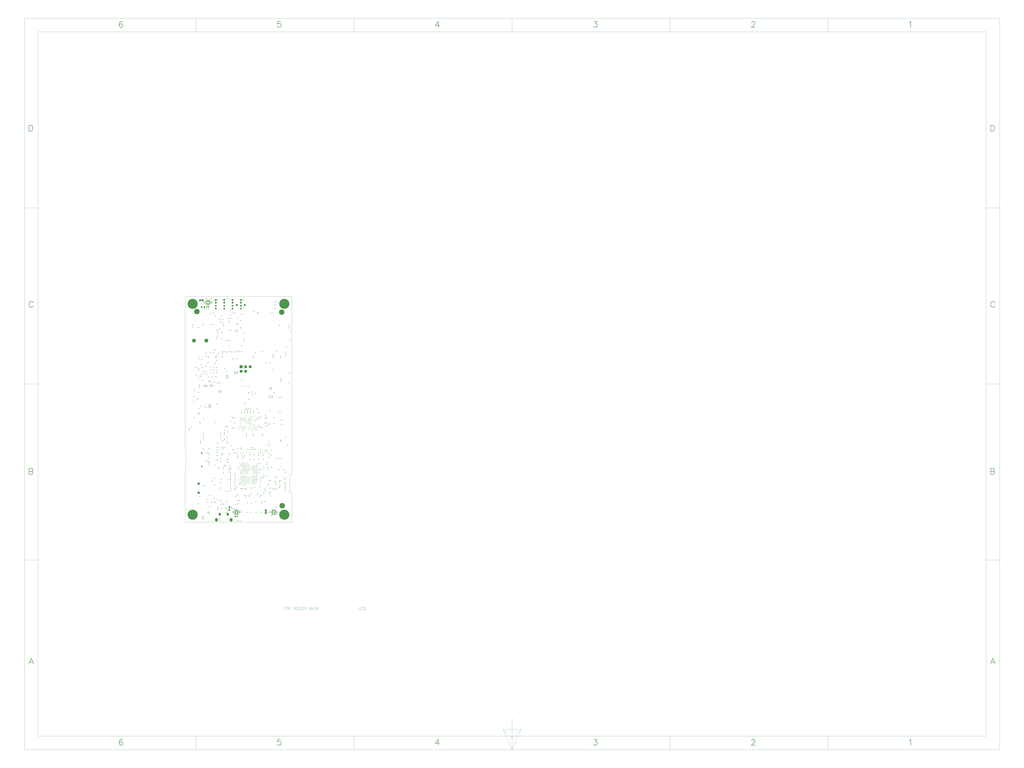
<source format=gts>
G04*
G04 #@! TF.GenerationSoftware,Altium Limited,Altium Designer,20.2.6 (244)*
G04*
G04 Layer_Color=8388736*
%FSLAX43Y43*%
%MOMM*%
G71*
G04*
G04 #@! TF.SameCoordinates,ADE9251E-79DE-46AD-AD66-6379AD971F3A*
G04*
G04*
G04 #@! TF.FilePolarity,Negative*
G04*
G01*
G75*
%ADD14C,0.102*%
%ADD15C,0.025*%
%ADD16C,0.254*%
%ADD17R,1.050X0.500*%
%ADD18R,0.450X1.400*%
%ADD19R,2.400X0.450*%
%ADD20R,0.965X1.041*%
%ADD21C,0.305*%
%ADD22R,0.711X0.711*%
%ADD23R,0.940X0.965*%
%ADD24R,0.965X0.940*%
%ADD25C,3.048*%
%ADD26C,1.346*%
%ADD27C,2.159*%
%ADD28C,0.864*%
%ADD29O,1.549X2.057*%
%ADD30O,1.219X1.753*%
%ADD31C,1.143*%
%ADD32C,5.664*%
%ADD33C,1.676*%
%ADD34R,1.676X1.676*%
%ADD35C,0.457*%
%ADD36C,0.406*%
%ADD37C,0.356*%
G36*
X45847Y6191D02*
X45339Y5683D01*
X44831Y6191D01*
Y7112D01*
X45847D01*
Y6191D01*
D02*
G37*
G36*
Y4572D02*
X44831D01*
Y5933D01*
X45337Y5427D01*
X45479Y5569D01*
X45847Y5937D01*
Y4572D01*
D02*
G37*
G36*
X10414Y124333D02*
X9053D01*
X9559Y124839D01*
X9417Y124981D01*
X9049Y125349D01*
X10414D01*
Y124333D01*
D02*
G37*
G36*
X9303Y124841D02*
X8795Y124333D01*
X7874D01*
Y125349D01*
X8795D01*
X9303Y124841D01*
D02*
G37*
D14*
X97543Y-49215D02*
X97470Y-49287D01*
X97543Y-49360D01*
X97615Y-49287D01*
X97543Y-49215D01*
X99037Y-48199D02*
X98965Y-48054D01*
X98820Y-47909D01*
X98674Y-47836D01*
X98384D01*
X98239Y-47909D01*
X98094Y-48054D01*
X98021Y-48199D01*
X97949Y-48417D01*
Y-48780D01*
X98021Y-48997D01*
X98094Y-49142D01*
X98239Y-49287D01*
X98384Y-49360D01*
X98674D01*
X98820Y-49287D01*
X98965Y-49142D01*
X99037Y-48997D01*
Y-48780D01*
X98674D02*
X99037D01*
X99893Y-47836D02*
Y-49360D01*
X99385Y-47836D02*
X100401D01*
X101598Y-48054D02*
X101453Y-47909D01*
X101236Y-47836D01*
X100945D01*
X100728Y-47909D01*
X100583Y-48054D01*
Y-48199D01*
X100655Y-48344D01*
X100728Y-48417D01*
X100873Y-48489D01*
X101308Y-48634D01*
X101453Y-48707D01*
X101526Y-48780D01*
X101598Y-48925D01*
Y-49142D01*
X101453Y-49287D01*
X101236Y-49360D01*
X100945D01*
X100728Y-49287D01*
X100583Y-49142D01*
X56007Y-47752D02*
Y-49276D01*
X55499Y-47752D02*
X56515D01*
X57132D02*
X56986Y-47825D01*
X56841Y-47970D01*
X56769Y-48115D01*
X56696Y-48333D01*
Y-48696D01*
X56769Y-48913D01*
X56841Y-49058D01*
X56986Y-49203D01*
X57132Y-49276D01*
X57422D01*
X57567Y-49203D01*
X57712Y-49058D01*
X57785Y-48913D01*
X57857Y-48696D01*
Y-48333D01*
X57785Y-48115D01*
X57712Y-47970D01*
X57567Y-47825D01*
X57422Y-47752D01*
X57132D01*
X58213Y-48550D02*
X58866D01*
X59083Y-48478D01*
X59156Y-48405D01*
X59228Y-48260D01*
Y-48043D01*
X59156Y-47897D01*
X59083Y-47825D01*
X58866Y-47752D01*
X58213D01*
Y-49276D01*
X61782Y-47970D02*
X61637Y-47825D01*
X61420Y-47752D01*
X61129D01*
X60912Y-47825D01*
X60767Y-47970D01*
Y-48115D01*
X60839Y-48260D01*
X60912Y-48333D01*
X61057Y-48405D01*
X61492Y-48550D01*
X61637Y-48623D01*
X61710Y-48696D01*
X61782Y-48841D01*
Y-49058D01*
X61637Y-49203D01*
X61420Y-49276D01*
X61129D01*
X60912Y-49203D01*
X60767Y-49058D01*
X62559Y-47752D02*
X62414Y-47825D01*
X62268Y-47970D01*
X62196Y-48115D01*
X62123Y-48333D01*
Y-48696D01*
X62196Y-48913D01*
X62268Y-49058D01*
X62414Y-49203D01*
X62559Y-49276D01*
X62849D01*
X62994Y-49203D01*
X63139Y-49058D01*
X63212Y-48913D01*
X63284Y-48696D01*
Y-48333D01*
X63212Y-48115D01*
X63139Y-47970D01*
X62994Y-47825D01*
X62849Y-47752D01*
X62559D01*
X63640D02*
Y-49276D01*
X64510D01*
X64677Y-47752D02*
Y-49276D01*
Y-47752D02*
X65185D01*
X65403Y-47825D01*
X65548Y-47970D01*
X65621Y-48115D01*
X65693Y-48333D01*
Y-48696D01*
X65621Y-48913D01*
X65548Y-49058D01*
X65403Y-49203D01*
X65185Y-49276D01*
X64677D01*
X66977Y-47752D02*
X66034D01*
Y-49276D01*
X66977D01*
X66034Y-48478D02*
X66615D01*
X67231Y-47752D02*
Y-49276D01*
Y-47752D02*
X67884D01*
X68102Y-47825D01*
X68175Y-47897D01*
X68247Y-48043D01*
Y-48188D01*
X68175Y-48333D01*
X68102Y-48405D01*
X67884Y-48478D01*
X67231D01*
X67739D02*
X68247Y-49276D01*
X69785Y-47752D02*
Y-49276D01*
Y-47752D02*
X70366Y-49276D01*
X70946Y-47752D02*
X70366Y-49276D01*
X70946Y-47752D02*
Y-49276D01*
X72542D02*
X71962Y-47752D01*
X71381Y-49276D01*
X71599Y-48768D02*
X72325D01*
X73914Y-47970D02*
X73769Y-47825D01*
X73551Y-47752D01*
X73261D01*
X73043Y-47825D01*
X72898Y-47970D01*
Y-48115D01*
X72970Y-48260D01*
X73043Y-48333D01*
X73188Y-48405D01*
X73623Y-48550D01*
X73769Y-48623D01*
X73841Y-48696D01*
X73914Y-48841D01*
Y-49058D01*
X73769Y-49203D01*
X73551Y-49276D01*
X73261D01*
X73043Y-49203D01*
X72898Y-49058D01*
X74255Y-47752D02*
Y-49276D01*
X75270Y-47752D02*
X74255Y-48768D01*
X74617Y-48405D02*
X75270Y-49276D01*
D15*
X59746Y26797D02*
G03*
X60000Y27051I0J254D01*
G01*
X0Y29845D02*
G03*
X0Y41402I-25591J5779D01*
G01*
X60000Y16510D02*
G03*
X59746Y16764I-254J0D01*
G01*
X58713Y17018D02*
G03*
X58967Y16764I254J0D01*
G01*
Y26797D02*
G03*
X58713Y26543I0J-254D01*
G01*
X-90424Y-128016D02*
Y283464D01*
X458216D01*
Y-128016D02*
Y283464D01*
X-90424Y-128016D02*
X458216D01*
X183896Y275844D02*
Y283464D01*
Y-128016D02*
X188976Y-116586D01*
X178816D02*
X188976D01*
X178816D02*
X183896Y-128016D01*
Y-110236D01*
Y-121666D02*
X188976Y-116586D01*
X178816D02*
X183896Y-121666D01*
X450596Y176784D02*
X458216D01*
X450596Y77724D02*
X458216D01*
X450596Y-21336D02*
X458216D01*
X361696Y-128016D02*
Y-120396D01*
X272796Y-128016D02*
Y-120396D01*
X183896Y-128016D02*
Y-120396D01*
X94996Y-128016D02*
Y-120396D01*
X6096Y-128016D02*
Y-120396D01*
X361696Y275844D02*
Y283464D01*
X272796Y275844D02*
Y283464D01*
X94996Y275844D02*
Y283464D01*
X6096Y275844D02*
Y283464D01*
X-90424Y176784D02*
X-82804D01*
X-90424Y77724D02*
X-82804D01*
X-90424Y-21336D02*
X-82804D01*
X326136Y-120396D02*
X450596D01*
Y123444D01*
X-82804Y275844D02*
X450596D01*
Y82804D02*
Y275844D01*
Y123444D02*
Y219964D01*
X-82804Y-120396D02*
X326136D01*
X-82804D02*
Y275844D01*
X-90424Y-21336D02*
X-82804D01*
X450596Y77724D02*
X458216D01*
X361696Y275844D02*
Y283464D01*
X-90424Y176784D02*
X-82804D01*
X6096Y-128016D02*
Y-120396D01*
X450596Y-21336D02*
X458216D01*
X326136Y-120396D02*
X450596D01*
Y123444D01*
X-90424Y-128016D02*
Y283464D01*
X458216D01*
Y-128016D02*
Y283464D01*
X-90424Y-128016D02*
X458216D01*
X272796D02*
Y-120396D01*
X-82804D02*
Y275844D01*
X183896Y-128016D02*
Y-120396D01*
Y-121666D02*
X188976Y-116586D01*
X178816D02*
X183896Y-121666D01*
Y-128016D02*
X188976Y-116586D01*
X178816D02*
X188976D01*
X178816D02*
X183896Y-128016D01*
Y-110236D01*
X361696Y-128016D02*
Y-120396D01*
X-90424Y77724D02*
X-82804D01*
X272796Y275844D02*
Y283464D01*
X450596Y176784D02*
X458216D01*
X94996Y275844D02*
Y283464D01*
X183896Y275844D02*
Y283464D01*
X450596Y123444D02*
Y219964D01*
X-82804Y275844D02*
X450596D01*
Y82804D02*
Y275844D01*
X6096D02*
Y283464D01*
X-82804Y-120396D02*
X326136D01*
X94996Y-128016D02*
Y-120396D01*
X0Y41402D02*
Y127000D01*
X60000D01*
Y27051D02*
Y127000D01*
Y27051D02*
Y127000D01*
X0D02*
X60000D01*
X0Y41402D02*
Y127000D01*
Y0D02*
Y29845D01*
Y0D02*
X18917D01*
Y1785D01*
X19017Y1885D01*
X19667D01*
X19767Y1785D01*
Y0D02*
Y1785D01*
Y0D02*
X23667D01*
Y1785D01*
X23767Y1885D01*
X24417D01*
X24517Y1785D01*
Y0D02*
Y1785D01*
Y0D02*
X60000D01*
Y16510D01*
X58967Y16764D02*
X59746D01*
X58713Y17018D02*
Y26543D01*
X58967Y26797D02*
X59746D01*
X58967D02*
X59746D01*
D16*
X453136Y223265D02*
Y219964D01*
Y223265D02*
X454236D01*
X454708Y223108D01*
X455022Y222794D01*
X455180Y222479D01*
X455337Y222008D01*
Y221222D01*
X455180Y220750D01*
X455022Y220436D01*
X454708Y220121D01*
X454236Y219964D01*
X453136D01*
X455494Y123419D02*
X455337Y123734D01*
X455022Y124048D01*
X454708Y124205D01*
X454079D01*
X453765Y124048D01*
X453450Y123734D01*
X453293Y123419D01*
X453136Y122948D01*
Y122162D01*
X453293Y121690D01*
X453450Y121376D01*
X453765Y121061D01*
X454079Y120904D01*
X454708D01*
X455022Y121061D01*
X455337Y121376D01*
X455494Y121690D01*
X453136Y30225D02*
Y26924D01*
Y30225D02*
X454551D01*
X455022Y30068D01*
X455180Y29911D01*
X455337Y29596D01*
Y29282D01*
X455180Y28968D01*
X455022Y28810D01*
X454551Y28653D01*
X453136D02*
X454551D01*
X455022Y28496D01*
X455180Y28339D01*
X455337Y28024D01*
Y27553D01*
X455180Y27238D01*
X455022Y27081D01*
X454551Y26924D01*
X453136D01*
X455651Y-79756D02*
X454394Y-76455D01*
X453136Y-79756D01*
X453608Y-78656D02*
X455180D01*
X407416Y-122804D02*
X407730Y-122646D01*
X408202Y-122175D01*
Y-125476D01*
X318673Y-122961D02*
Y-122804D01*
X318830Y-122489D01*
X318988Y-122332D01*
X319302Y-122175D01*
X319931D01*
X320245Y-122332D01*
X320402Y-122489D01*
X320560Y-122804D01*
Y-123118D01*
X320402Y-123432D01*
X320088Y-123904D01*
X318516Y-125476D01*
X320717D01*
X229930Y-122175D02*
X231660D01*
X230716Y-123432D01*
X231188D01*
X231502Y-123590D01*
X231660Y-123747D01*
X231817Y-124218D01*
Y-124533D01*
X231660Y-125004D01*
X231345Y-125319D01*
X230874Y-125476D01*
X230402D01*
X229930Y-125319D01*
X229773Y-125162D01*
X229616Y-124847D01*
X142288Y-122175D02*
X140716Y-124376D01*
X143074D01*
X142288Y-122175D02*
Y-125476D01*
X53702Y-122175D02*
X52130D01*
X51973Y-123590D01*
X52130Y-123432D01*
X52602Y-123275D01*
X53074D01*
X53545Y-123432D01*
X53860Y-123747D01*
X54017Y-124218D01*
Y-124533D01*
X53860Y-125004D01*
X53545Y-125319D01*
X53074Y-125476D01*
X52602D01*
X52130Y-125319D01*
X51973Y-125162D01*
X51816Y-124847D01*
X-35198Y-122646D02*
X-35355Y-122332D01*
X-35826Y-122175D01*
X-36141D01*
X-36612Y-122332D01*
X-36927Y-122804D01*
X-37084Y-123590D01*
Y-124376D01*
X-36927Y-125004D01*
X-36612Y-125319D01*
X-36141Y-125476D01*
X-35984D01*
X-35512Y-125319D01*
X-35198Y-125004D01*
X-35040Y-124533D01*
Y-124376D01*
X-35198Y-123904D01*
X-35512Y-123590D01*
X-35984Y-123432D01*
X-36141D01*
X-36612Y-123590D01*
X-36927Y-123904D01*
X-37084Y-124376D01*
X407416Y281056D02*
X407730Y281214D01*
X408202Y281685D01*
Y278384D01*
X318673Y280899D02*
Y281056D01*
X318830Y281371D01*
X318988Y281528D01*
X319302Y281685D01*
X319931D01*
X320245Y281528D01*
X320402Y281371D01*
X320560Y281056D01*
Y280742D01*
X320402Y280428D01*
X320088Y279956D01*
X318516Y278384D01*
X320717D01*
X229930Y281685D02*
X231660D01*
X230716Y280428D01*
X231188D01*
X231502Y280270D01*
X231660Y280113D01*
X231817Y279642D01*
Y279327D01*
X231660Y278856D01*
X231345Y278541D01*
X230874Y278384D01*
X230402D01*
X229930Y278541D01*
X229773Y278698D01*
X229616Y279013D01*
X142288Y281685D02*
X140716Y279484D01*
X143074D01*
X142288Y281685D02*
Y278384D01*
X53702Y281685D02*
X52130D01*
X51973Y280270D01*
X52130Y280428D01*
X52602Y280585D01*
X53074D01*
X53545Y280428D01*
X53860Y280113D01*
X54017Y279642D01*
Y279327D01*
X53860Y278856D01*
X53545Y278541D01*
X53074Y278384D01*
X52602D01*
X52130Y278541D01*
X51973Y278698D01*
X51816Y279013D01*
X-35198Y281214D02*
X-35355Y281528D01*
X-35826Y281685D01*
X-36141D01*
X-36612Y281528D01*
X-36927Y281056D01*
X-37084Y280270D01*
Y279484D01*
X-36927Y278856D01*
X-36612Y278541D01*
X-36141Y278384D01*
X-35984D01*
X-35512Y278541D01*
X-35198Y278856D01*
X-35040Y279327D01*
Y279484D01*
X-35198Y279956D01*
X-35512Y280270D01*
X-35984Y280428D01*
X-36141D01*
X-36612Y280270D01*
X-36927Y279956D01*
X-37084Y279484D01*
X-85369Y-79756D02*
X-86626Y-76455D01*
X-87884Y-79756D01*
X-87412Y-78656D02*
X-85840D01*
X-87884Y30225D02*
Y26924D01*
Y30225D02*
X-86469D01*
X-85998Y30068D01*
X-85840Y29911D01*
X-85683Y29596D01*
Y29282D01*
X-85840Y28968D01*
X-85998Y28810D01*
X-86469Y28653D01*
X-87884D02*
X-86469D01*
X-85998Y28496D01*
X-85840Y28339D01*
X-85683Y28024D01*
Y27553D01*
X-85840Y27238D01*
X-85998Y27081D01*
X-86469Y26924D01*
X-87884D01*
X-85526Y123419D02*
X-85683Y123734D01*
X-85998Y124048D01*
X-86312Y124205D01*
X-86941D01*
X-87255Y124048D01*
X-87570Y123734D01*
X-87727Y123419D01*
X-87884Y122948D01*
Y122162D01*
X-87727Y121690D01*
X-87570Y121376D01*
X-87255Y121061D01*
X-86941Y120904D01*
X-86312D01*
X-85998Y121061D01*
X-85683Y121376D01*
X-85526Y121690D01*
X-87884Y223265D02*
Y219964D01*
Y223265D02*
X-86784D01*
X-86312Y223108D01*
X-85998Y222794D01*
X-85840Y222479D01*
X-85683Y222008D01*
Y221222D01*
X-85840Y220750D01*
X-85998Y220436D01*
X-86312Y220121D01*
X-86784Y219964D01*
X-87884D01*
X-85369Y-79756D02*
X-86626Y-76455D01*
X-87884Y-79756D01*
X-87412Y-78656D02*
X-85840D01*
X453136Y223265D02*
Y219964D01*
Y223265D02*
X454236D01*
X454708Y223108D01*
X455022Y222794D01*
X455180Y222479D01*
X455337Y222008D01*
Y221222D01*
X455180Y220750D01*
X455022Y220436D01*
X454708Y220121D01*
X454236Y219964D01*
X453136D01*
X-85526Y123419D02*
X-85683Y123734D01*
X-85998Y124048D01*
X-86312Y124205D01*
X-86941D01*
X-87255Y124048D01*
X-87570Y123734D01*
X-87727Y123419D01*
X-87884Y122948D01*
Y122162D01*
X-87727Y121690D01*
X-87570Y121376D01*
X-87255Y121061D01*
X-86941Y120904D01*
X-86312D01*
X-85998Y121061D01*
X-85683Y121376D01*
X-85526Y121690D01*
X407416Y281056D02*
X407730Y281214D01*
X408202Y281685D01*
Y278384D01*
X53702Y-122175D02*
X52130D01*
X51973Y-123590D01*
X52130Y-123432D01*
X52602Y-123275D01*
X53074D01*
X53545Y-123432D01*
X53860Y-123747D01*
X54017Y-124218D01*
Y-124533D01*
X53860Y-125004D01*
X53545Y-125319D01*
X53074Y-125476D01*
X52602D01*
X52130Y-125319D01*
X51973Y-125162D01*
X51816Y-124847D01*
X455494Y123419D02*
X455337Y123734D01*
X455022Y124048D01*
X454708Y124205D01*
X454079D01*
X453765Y124048D01*
X453450Y123734D01*
X453293Y123419D01*
X453136Y122948D01*
Y122162D01*
X453293Y121690D01*
X453450Y121376D01*
X453765Y121061D01*
X454079Y120904D01*
X454708D01*
X455022Y121061D01*
X455337Y121376D01*
X455494Y121690D01*
X142288Y-122175D02*
X140716Y-124376D01*
X143074D01*
X142288Y-122175D02*
Y-125476D01*
X318673Y280899D02*
Y281056D01*
X318830Y281371D01*
X318988Y281528D01*
X319302Y281685D01*
X319931D01*
X320245Y281528D01*
X320402Y281371D01*
X320560Y281056D01*
Y280742D01*
X320402Y280428D01*
X320088Y279956D01*
X318516Y278384D01*
X320717D01*
X-35198Y281214D02*
X-35355Y281528D01*
X-35826Y281685D01*
X-36141D01*
X-36612Y281528D01*
X-36927Y281056D01*
X-37084Y280270D01*
Y279484D01*
X-36927Y278856D01*
X-36612Y278541D01*
X-36141Y278384D01*
X-35984D01*
X-35512Y278541D01*
X-35198Y278856D01*
X-35040Y279327D01*
Y279484D01*
X-35198Y279956D01*
X-35512Y280270D01*
X-35984Y280428D01*
X-36141D01*
X-36612Y280270D01*
X-36927Y279956D01*
X-37084Y279484D01*
X-87884Y223265D02*
Y219964D01*
Y223265D02*
X-86784D01*
X-86312Y223108D01*
X-85998Y222794D01*
X-85840Y222479D01*
X-85683Y222008D01*
Y221222D01*
X-85840Y220750D01*
X-85998Y220436D01*
X-86312Y220121D01*
X-86784Y219964D01*
X-87884D01*
X53702Y281685D02*
X52130D01*
X51973Y280270D01*
X52130Y280428D01*
X52602Y280585D01*
X53074D01*
X53545Y280428D01*
X53860Y280113D01*
X54017Y279642D01*
Y279327D01*
X53860Y278856D01*
X53545Y278541D01*
X53074Y278384D01*
X52602D01*
X52130Y278541D01*
X51973Y278698D01*
X51816Y279013D01*
X-35198Y-122646D02*
X-35355Y-122332D01*
X-35826Y-122175D01*
X-36141D01*
X-36612Y-122332D01*
X-36927Y-122804D01*
X-37084Y-123590D01*
Y-124376D01*
X-36927Y-125004D01*
X-36612Y-125319D01*
X-36141Y-125476D01*
X-35984D01*
X-35512Y-125319D01*
X-35198Y-125004D01*
X-35040Y-124533D01*
Y-124376D01*
X-35198Y-123904D01*
X-35512Y-123590D01*
X-35984Y-123432D01*
X-36141D01*
X-36612Y-123590D01*
X-36927Y-123904D01*
X-37084Y-124376D01*
X229930Y-122175D02*
X231660D01*
X230716Y-123432D01*
X231188D01*
X231502Y-123590D01*
X231660Y-123747D01*
X231817Y-124218D01*
Y-124533D01*
X231660Y-125004D01*
X231345Y-125319D01*
X230874Y-125476D01*
X230402D01*
X229930Y-125319D01*
X229773Y-125162D01*
X229616Y-124847D01*
X453136Y30225D02*
Y26924D01*
Y30225D02*
X454551D01*
X455022Y30068D01*
X455180Y29911D01*
X455337Y29596D01*
Y29282D01*
X455180Y28968D01*
X455022Y28810D01*
X454551Y28653D01*
X453136D02*
X454551D01*
X455022Y28496D01*
X455180Y28339D01*
X455337Y28024D01*
Y27553D01*
X455180Y27238D01*
X455022Y27081D01*
X454551Y26924D01*
X453136D01*
X229930Y281685D02*
X231660D01*
X230716Y280428D01*
X231188D01*
X231502Y280270D01*
X231660Y280113D01*
X231817Y279642D01*
Y279327D01*
X231660Y278856D01*
X231345Y278541D01*
X230874Y278384D01*
X230402D01*
X229930Y278541D01*
X229773Y278698D01*
X229616Y279013D01*
X455651Y-79756D02*
X454394Y-76455D01*
X453136Y-79756D01*
X453608Y-78656D02*
X455180D01*
X-87884Y30225D02*
Y26924D01*
Y30225D02*
X-86469D01*
X-85998Y30068D01*
X-85840Y29911D01*
X-85683Y29596D01*
Y29282D01*
X-85840Y28968D01*
X-85998Y28810D01*
X-86469Y28653D01*
X-87884D02*
X-86469D01*
X-85998Y28496D01*
X-85840Y28339D01*
X-85683Y28024D01*
Y27553D01*
X-85840Y27238D01*
X-85998Y27081D01*
X-86469Y26924D01*
X-87884D01*
X407416Y-122804D02*
X407730Y-122646D01*
X408202Y-122175D01*
Y-125476D01*
X142288Y281685D02*
X140716Y279484D01*
X143074D01*
X142288Y281685D02*
Y278384D01*
X318673Y-122961D02*
Y-122804D01*
X318830Y-122489D01*
X318988Y-122332D01*
X319302Y-122175D01*
X319931D01*
X320245Y-122332D01*
X320402Y-122489D01*
X320560Y-122804D01*
Y-123118D01*
X320402Y-123432D01*
X320088Y-123904D01*
X318516Y-125476D01*
X320717D01*
D17*
X28155Y5165D02*
D03*
Y6065D02*
D03*
X29505Y5165D02*
D03*
Y6065D02*
D03*
X49156Y5163D02*
D03*
Y6063D02*
D03*
X50506Y5163D02*
D03*
Y6063D02*
D03*
X12152Y123146D02*
D03*
Y124046D02*
D03*
X13502Y123146D02*
D03*
Y124046D02*
D03*
D18*
X27105Y5615D02*
D03*
X30555D02*
D03*
X48106Y5613D02*
D03*
X51556D02*
D03*
X11102Y123596D02*
D03*
X14552D02*
D03*
D19*
X28830Y4390D02*
D03*
Y6840D02*
D03*
X49831Y4388D02*
D03*
Y6838D02*
D03*
X12827Y122371D02*
D03*
Y124821D02*
D03*
D20*
X21971Y123444D02*
D03*
Y124968D02*
D03*
X17272D02*
D03*
Y123444D02*
D03*
X24892Y8509D02*
D03*
Y6985D02*
D03*
X26670Y124968D02*
D03*
Y123444D02*
D03*
X31369Y124968D02*
D03*
Y123444D02*
D03*
D21*
X9906Y124841D02*
D03*
X8382D02*
D03*
X45339Y5080D02*
D03*
Y6604D02*
D03*
D22*
X13208Y121158D02*
D03*
X12192D02*
D03*
X29210Y3302D02*
D03*
X28194D02*
D03*
D23*
X10795Y121031D02*
D03*
X9271D02*
D03*
D24*
X26670Y121666D02*
D03*
Y120142D02*
D03*
X31369Y121666D02*
D03*
Y120142D02*
D03*
X17272Y121666D02*
D03*
Y120142D02*
D03*
X21971Y121666D02*
D03*
Y120142D02*
D03*
D25*
X54610Y9271D02*
D03*
X6604Y118491D02*
D03*
X54356Y118110D02*
D03*
D26*
X7620Y16510D02*
D03*
Y21590D02*
D03*
D27*
X4953Y102108D02*
D03*
X11953D02*
D03*
D28*
X9271Y31242D02*
D03*
Y38792D02*
D03*
D29*
X25867Y1280D02*
D03*
X17567D02*
D03*
D30*
X19442Y4460D02*
D03*
X23992D02*
D03*
D31*
X29118Y122151D02*
D03*
X33518D02*
D03*
D32*
X4191Y4191D02*
D03*
Y122809D02*
D03*
X55809D02*
D03*
Y4191D02*
D03*
D33*
X31496Y84836D02*
D03*
X34036D02*
D03*
Y87376D02*
D03*
X36576D02*
D03*
D34*
X31496D02*
D03*
D35*
X25273Y31509D02*
D03*
X25019Y96012D02*
D03*
X24912Y99207D02*
D03*
X24663Y113081D02*
D03*
X24384Y38354D02*
D03*
X24130Y35179D02*
D03*
X24003Y82550D02*
D03*
Y81788D02*
D03*
Y80899D02*
D03*
Y33528D02*
D03*
X23931Y125802D02*
D03*
X23876Y50800D02*
D03*
X23749Y95631D02*
D03*
Y53696D02*
D03*
X23470Y11570D02*
D03*
X23368Y47879D02*
D03*
Y35179D02*
D03*
X23290Y84709D02*
D03*
X23114Y82550D02*
D03*
Y80899D02*
D03*
X23109Y81765D02*
D03*
X23017Y5334D02*
D03*
X22860Y8280D02*
D03*
Y53721D02*
D03*
Y31496D02*
D03*
X22479Y95885D02*
D03*
Y86360D02*
D03*
X22339Y32017D02*
D03*
X22174Y46736D02*
D03*
X22098Y51562D02*
D03*
Y50241D02*
D03*
Y49276D02*
D03*
X21565Y27813D02*
D03*
X21336Y111125D02*
D03*
X21209Y95885D02*
D03*
Y45644D02*
D03*
X21125Y113919D02*
D03*
X21082Y94996D02*
D03*
X20955Y124968D02*
D03*
X20828Y93091D02*
D03*
X20701Y106934D02*
D03*
X20447Y7620D02*
D03*
X20320Y24257D02*
D03*
X20193Y10033D02*
D03*
X20066Y11938D02*
D03*
Y73914D02*
D03*
Y73152D02*
D03*
X20041Y19202D02*
D03*
X19990Y112446D02*
D03*
X19964Y22301D02*
D03*
X19939Y34290D02*
D03*
X19788Y35790D02*
D03*
X19558Y78232D02*
D03*
X19431Y114427D02*
D03*
X19329Y108509D02*
D03*
X19177Y73914D02*
D03*
Y73152D02*
D03*
X18669Y94869D02*
D03*
X18415Y106553D02*
D03*
X18288Y124968D02*
D03*
Y8070D02*
D03*
Y7211D02*
D03*
X18161Y78232D02*
D03*
X18148Y44536D02*
D03*
X18136Y41986D02*
D03*
X18059Y34874D02*
D03*
X18058Y39083D02*
D03*
X18057Y40482D02*
D03*
X18034Y37465D02*
D03*
X17932Y103581D02*
D03*
X17907Y107696D02*
D03*
Y66294D02*
D03*
X17729Y93218D02*
D03*
Y90932D02*
D03*
X17379Y81808D02*
D03*
X17272Y11227D02*
D03*
X17018Y92837D02*
D03*
X16969Y89388D02*
D03*
X16764Y96774D02*
D03*
X16612Y32029D02*
D03*
X16510Y78842D02*
D03*
X16434Y20980D02*
D03*
X16383Y24765D02*
D03*
Y11227D02*
D03*
X15748Y95377D02*
D03*
X15723Y117678D02*
D03*
X15561Y77038D02*
D03*
X15367Y123546D02*
D03*
X15291Y76352D02*
D03*
X15037Y22860D02*
D03*
X14931Y125802D02*
D03*
X14920Y11049D02*
D03*
X14735Y77035D02*
D03*
X14478Y111125D02*
D03*
Y78613D02*
D03*
X14402Y76378D02*
D03*
X14351Y95377D02*
D03*
X14224Y65913D02*
D03*
Y65151D02*
D03*
X14199Y64389D02*
D03*
X14122Y117348D02*
D03*
X13970Y8636D02*
D03*
X13939Y77000D02*
D03*
X13843Y79629D02*
D03*
X13589Y5715D02*
D03*
Y4953D02*
D03*
X13462Y65913D02*
D03*
Y65151D02*
D03*
Y64389D02*
D03*
Y41275D02*
D03*
X13208Y120269D02*
D03*
X13081Y124841D02*
D03*
Y92837D02*
D03*
Y79121D02*
D03*
Y38217D02*
D03*
Y36017D02*
D03*
X12954Y122301D02*
D03*
X12827Y89916D02*
D03*
Y5715D02*
D03*
Y4953D02*
D03*
X12370Y76378D02*
D03*
X12319Y12446D02*
D03*
X12192Y120117D02*
D03*
X11989Y77013D02*
D03*
X11811Y125984D02*
D03*
Y95123D02*
D03*
X11608Y76378D02*
D03*
X11430Y84582D02*
D03*
X11422Y87681D02*
D03*
X11100Y77013D02*
D03*
X10795Y120117D02*
D03*
X10719Y76378D02*
D03*
X10541Y20320D02*
D03*
X10414Y1905D02*
D03*
Y84582D02*
D03*
Y2794D02*
D03*
X10160Y123825D02*
D03*
Y50139D02*
D03*
X10097Y111062D02*
D03*
X10084Y41275D02*
D03*
X9652Y1905D02*
D03*
Y2794D02*
D03*
X9601Y86868D02*
D03*
X9271Y123190D02*
D03*
X9169Y88519D02*
D03*
X8636Y45466D02*
D03*
X8534Y44628D02*
D03*
X8255Y14478D02*
D03*
X7620Y109601D02*
D03*
X7493Y80416D02*
D03*
X7366Y10414D02*
D03*
X6731Y69342D02*
D03*
X5994Y86995D02*
D03*
X59182Y107442D02*
D03*
X58801Y102362D02*
D03*
X58699Y110767D02*
D03*
X58674Y83820D02*
D03*
X58420Y109347D02*
D03*
Y78486D02*
D03*
X56642Y94996D02*
D03*
Y28067D02*
D03*
X56226Y22317D02*
D03*
Y21117D02*
D03*
Y19917D02*
D03*
Y18117D02*
D03*
X55499Y29464D02*
D03*
X54102Y23517D02*
D03*
Y70231D02*
D03*
X53594Y93345D02*
D03*
X5334Y74397D02*
D03*
X53086Y19431D02*
D03*
Y110744D02*
D03*
X52705Y29591D02*
D03*
X52426Y35839D02*
D03*
X51584Y4318D02*
D03*
X51460Y96215D02*
D03*
X51232Y24765D02*
D03*
X50648Y25730D02*
D03*
X50546Y22860D02*
D03*
Y124079D02*
D03*
Y122174D02*
D03*
Y120015D02*
D03*
X50419Y18669D02*
D03*
X50215Y72771D02*
D03*
X50038Y55347D02*
D03*
X49809Y4369D02*
D03*
X49759Y6807D02*
D03*
X49530Y94361D02*
D03*
Y93599D02*
D03*
Y92583D02*
D03*
X49403Y18644D02*
D03*
X49022Y70993D02*
D03*
Y70104D02*
D03*
X48743Y30886D02*
D03*
X48641Y3683D02*
D03*
X48387Y75565D02*
D03*
Y74803D02*
D03*
X48133Y117475D02*
D03*
Y70993D02*
D03*
Y70104D02*
D03*
X48108Y5613D02*
D03*
X47955Y23368D02*
D03*
X47879Y19050D02*
D03*
X47752Y17069D02*
D03*
Y89637D02*
D03*
X47625Y16256D02*
D03*
Y75565D02*
D03*
Y74803D02*
D03*
X47473Y38481D02*
D03*
X47244Y70993D02*
D03*
Y70104D02*
D03*
X47168Y23343D02*
D03*
X47117Y36271D02*
D03*
X46736Y54991D02*
D03*
X45974Y58547D02*
D03*
Y55753D02*
D03*
X45923Y32334D02*
D03*
X45720Y89611D02*
D03*
X45568Y54051D02*
D03*
X45212Y58547D02*
D03*
X44958Y55753D02*
D03*
X44907Y17551D02*
D03*
X44069Y37795D02*
D03*
X4381Y111062D02*
D03*
X43586Y48514D02*
D03*
X43561Y49530D02*
D03*
X43180Y95758D02*
D03*
X41402Y37795D02*
D03*
X41300Y61595D02*
D03*
X41148Y117856D02*
D03*
X4064Y109474D02*
D03*
X40513Y117475D02*
D03*
Y63627D02*
D03*
X39624Y72390D02*
D03*
X38735Y37846D02*
D03*
X38608Y118453D02*
D03*
X38557Y61595D02*
D03*
X38456Y62611D02*
D03*
X38303Y48514D02*
D03*
X38252Y49555D02*
D03*
X37719Y73279D02*
D03*
X36830Y63627D02*
D03*
X36703Y61595D02*
D03*
X36678Y62611D02*
D03*
X36449Y37846D02*
D03*
X36068Y15113D02*
D03*
X35814Y72771D02*
D03*
Y69215D02*
D03*
Y63881D02*
D03*
X35052Y63627D02*
D03*
Y62611D02*
D03*
Y61595D02*
D03*
X34519Y49733D02*
D03*
X34493Y48666D02*
D03*
X34036Y63627D02*
D03*
X33655Y66929D02*
D03*
X33401Y61574D02*
D03*
X33350Y62636D02*
D03*
X33325Y14910D02*
D03*
X33249Y37156D02*
D03*
X33020Y106172D02*
D03*
Y101854D02*
D03*
X32918Y120752D02*
D03*
X32893Y103124D02*
D03*
X32639Y124968D02*
D03*
X32512Y18796D02*
D03*
X32080Y37171D02*
D03*
X31877Y116840D02*
D03*
X31623Y99314D02*
D03*
Y96012D02*
D03*
Y62636D02*
D03*
Y61595D02*
D03*
X31369Y109220D02*
D03*
X31242Y5588D02*
D03*
X31115Y113411D02*
D03*
X30480Y96266D02*
D03*
X30353Y12192D02*
D03*
X29718Y111506D02*
D03*
Y10338D02*
D03*
Y840D02*
D03*
X29591Y15367D02*
D03*
Y12192D02*
D03*
Y37084D02*
D03*
X29337Y84455D02*
D03*
Y83693D02*
D03*
X29312Y95834D02*
D03*
X29007Y91846D02*
D03*
X28829Y111506D02*
D03*
X28575Y84455D02*
D03*
Y83693D02*
D03*
Y6858D02*
D03*
Y4318D02*
D03*
X28461Y14605D02*
D03*
X28412Y107986D02*
D03*
X28194Y9957D02*
D03*
Y2540D02*
D03*
X28016Y18339D02*
D03*
X27813Y84455D02*
D03*
Y83693D02*
D03*
X27737Y55651D02*
D03*
X27686Y95758D02*
D03*
X27559Y58674D02*
D03*
Y52832D02*
D03*
X27102Y5715D02*
D03*
X27068Y117619D02*
D03*
X26924Y91821D02*
D03*
X26543Y58674D02*
D03*
Y52832D02*
D03*
X26162Y95758D02*
D03*
X25654Y56642D02*
D03*
X25603Y18136D02*
D03*
X25531Y21590D02*
D03*
Y20320D02*
D03*
Y26543D02*
D03*
X25527Y25260D02*
D03*
Y24105D02*
D03*
Y22860D02*
D03*
X25502Y19054D02*
D03*
X25446Y119426D02*
D03*
X25412Y102096D02*
D03*
X25400Y124968D02*
D03*
D36*
X25150Y30289D02*
D03*
X25146Y29654D02*
D03*
X24954Y28257D02*
D03*
X24912Y108184D02*
D03*
X24765Y112395D02*
D03*
X24320Y114681D02*
D03*
X24232Y29604D02*
D03*
X24130Y23851D02*
D03*
Y17297D02*
D03*
X23876Y102108D02*
D03*
Y6858D02*
D03*
X23749Y44450D02*
D03*
X2375Y52451D02*
D03*
Y51689D02*
D03*
X23622Y45339D02*
D03*
X23153Y102152D02*
D03*
X23139Y7595D02*
D03*
X22606Y17272D02*
D03*
X22454Y42037D02*
D03*
X21768Y38684D02*
D03*
X21730Y10163D02*
D03*
X21717Y110236D02*
D03*
X21641Y29642D02*
D03*
X21387Y42012D02*
D03*
X21336Y41199D02*
D03*
X21285Y112395D02*
D03*
X21209Y30607D02*
D03*
X21069Y10147D02*
D03*
X20574Y37795D02*
D03*
X20523Y38456D02*
D03*
X20475Y103152D02*
D03*
X20472Y41961D02*
D03*
X20447Y115976D02*
D03*
X19939Y50139D02*
D03*
X19875Y47599D02*
D03*
X19851Y48869D02*
D03*
X18898Y119634D02*
D03*
X18796Y30861D02*
D03*
Y30226D02*
D03*
X18288Y104652D02*
D03*
X18161Y12497D02*
D03*
X17780Y87249D02*
D03*
Y85598D02*
D03*
Y83947D02*
D03*
X17145Y56134D02*
D03*
X17018Y115951D02*
D03*
X16510Y13589D02*
D03*
X16129Y124587D02*
D03*
Y111125D02*
D03*
Y87249D02*
D03*
Y85598D02*
D03*
Y83947D02*
D03*
X15240Y81788D02*
D03*
X14605Y85598D02*
D03*
X14478Y87249D02*
D03*
Y83947D02*
D03*
X13970Y14986D02*
D03*
X13462Y32639D02*
D03*
X13437Y33274D02*
D03*
X13335Y34036D02*
D03*
X13144Y81534D02*
D03*
X12929Y38961D02*
D03*
X12319Y11049D02*
D03*
Y83348D02*
D03*
X12294Y39014D02*
D03*
X12065Y34798D02*
D03*
X12040Y34036D02*
D03*
X11811Y93218D02*
D03*
X11557Y64389D02*
D03*
X11049Y83160D02*
D03*
X10795Y65405D02*
D03*
X10541Y119253D02*
D03*
X10312Y46329D02*
D03*
X10288Y47600D02*
D03*
X10287Y58293D02*
D03*
Y48869D02*
D03*
X9754Y79629D02*
D03*
X9601Y91516D02*
D03*
X9093Y83363D02*
D03*
Y82169D02*
D03*
X8763Y65151D02*
D03*
X8407Y82118D02*
D03*
X8382Y56261D02*
D03*
Y55626D02*
D03*
X8001Y77216D02*
D03*
X7899Y61519D02*
D03*
Y60833D02*
D03*
X7874Y76581D02*
D03*
X7798Y92075D02*
D03*
X7747Y85598D02*
D03*
Y75565D02*
D03*
X7722Y86233D02*
D03*
X7620Y73000D02*
D03*
X7556Y93345D02*
D03*
Y63881D02*
D03*
X6960Y60909D02*
D03*
X6350Y82677D02*
D03*
X57277Y43434D02*
D03*
X56896Y98552D02*
D03*
X56642Y94107D02*
D03*
X56515Y92964D02*
D03*
X56261Y19050D02*
D03*
Y47752D02*
D03*
X56134Y24892D02*
D03*
Y24117D02*
D03*
X54381Y61189D02*
D03*
X54229Y46101D02*
D03*
X54102Y54991D02*
D03*
Y35750D02*
D03*
X53975Y57531D02*
D03*
Y31242D02*
D03*
X53848Y80899D02*
D03*
Y80010D02*
D03*
Y79248D02*
D03*
X53594Y92456D02*
D03*
X53569Y46101D02*
D03*
X53543Y45466D02*
D03*
X53349Y20847D02*
D03*
Y20186D02*
D03*
X53340Y62611D02*
D03*
X53197Y23247D02*
D03*
Y22586D02*
D03*
X52832Y70231D02*
D03*
X52388Y61468D02*
D03*
X51308Y18669D02*
D03*
X51181Y8255D02*
D03*
X51054Y35750D02*
D03*
X51052Y22047D02*
D03*
Y21387D02*
D03*
X50292Y58801D02*
D03*
X4953Y70612D02*
D03*
Y67691D02*
D03*
X49403Y117729D02*
D03*
X49085Y85661D02*
D03*
X48387Y40640D02*
D03*
Y37465D02*
D03*
X48063Y14789D02*
D03*
X47676Y55220D02*
D03*
X47625Y62865D02*
D03*
X47269Y43891D02*
D03*
Y43028D02*
D03*
X47117Y5461D02*
D03*
X47015Y45288D02*
D03*
X4699Y58674D02*
D03*
X46431Y30607D02*
D03*
X46355Y5461D02*
D03*
X46203Y25679D02*
D03*
X46076Y33299D02*
D03*
X45974Y40513D02*
D03*
Y39497D02*
D03*
X45085Y60198D02*
D03*
X44958Y40513D02*
D03*
X44933Y39624D02*
D03*
X44856Y11659D02*
D03*
X44831Y18974D02*
D03*
X44298Y16282D02*
D03*
X44069Y35306D02*
D03*
X43332Y39141D02*
D03*
X43231Y11811D02*
D03*
X43180Y10795D02*
D03*
X43053Y14732D02*
D03*
X42545Y5461D02*
D03*
X42418Y14986D02*
D03*
X42393Y38964D02*
D03*
X42367Y41021D02*
D03*
Y40335D02*
D03*
X42291Y19583D02*
D03*
X41859Y20447D02*
D03*
X41783Y14351D02*
D03*
X41402Y38532D02*
D03*
Y35306D02*
D03*
X40615Y16053D02*
D03*
X40589Y15392D02*
D03*
X39878Y11303D02*
D03*
Y5461D02*
D03*
X39370Y95250D02*
D03*
Y40996D02*
D03*
X39116Y19431D02*
D03*
X38735Y35306D02*
D03*
X38481Y93218D02*
D03*
Y92456D02*
D03*
X38227Y41986D02*
D03*
Y41021D02*
D03*
X37973Y71755D02*
D03*
X37363Y18758D02*
D03*
Y15621D02*
D03*
X37338Y10490D02*
D03*
Y5588D02*
D03*
X37211Y41046D02*
D03*
X37186Y42037D02*
D03*
X36449Y35306D02*
D03*
X36170Y40919D02*
D03*
X36144Y39192D02*
D03*
X36119Y14326D02*
D03*
X3556Y53594D02*
D03*
X35433Y76327D02*
D03*
X35128Y10795D02*
D03*
X34823Y5563D02*
D03*
X34722Y40919D02*
D03*
X34569Y39167D02*
D03*
X34493Y18542D02*
D03*
X34290Y14859D02*
D03*
Y14148D02*
D03*
X33884Y18771D02*
D03*
X33274Y76327D02*
D03*
Y36068D02*
D03*
X32588Y38823D02*
D03*
X32258Y5639D02*
D03*
X32105Y36067D02*
D03*
X31877Y80391D02*
D03*
Y76454D02*
D03*
X31750Y18796D02*
D03*
X31572Y41783D02*
D03*
X31550Y41123D02*
D03*
X31115Y18796D02*
D03*
Y38799D02*
D03*
X30988Y914D02*
D03*
X30937Y6629D02*
D03*
X29591Y114681D02*
D03*
Y36068D02*
D03*
X29489Y41402D02*
D03*
X29362Y107925D02*
D03*
Y107152D02*
D03*
X28981Y39040D02*
D03*
X28321Y107188D02*
D03*
X28118Y25273D02*
D03*
Y24003D02*
D03*
Y21590D02*
D03*
Y19054D02*
D03*
Y26543D02*
D03*
X28092Y22936D02*
D03*
X28067Y117602D02*
D03*
X27991Y20320D02*
D03*
X27813Y7544D02*
D03*
X27483Y39040D02*
D03*
X27457Y40945D02*
D03*
X26924Y7544D02*
D03*
X26619Y40843D02*
D03*
X26035Y8509D02*
D03*
Y7874D02*
D03*
X25933Y43155D02*
D03*
X25912Y108081D02*
D03*
X25832Y30328D02*
D03*
X25527Y114681D02*
D03*
X25479Y27900D02*
D03*
X25451Y116357D02*
D03*
X25425Y38329D02*
D03*
D37*
X46863Y20828D02*
D03*
X46736Y21463D02*
D03*
X44399Y26060D02*
D03*
X44221Y24982D02*
D03*
X44145Y31267D02*
D03*
X44069Y29718D02*
D03*
X43853Y26061D02*
D03*
X43683Y24982D02*
D03*
X43180Y52959D02*
D03*
X43155Y53569D02*
D03*
X43078Y25019D02*
D03*
X42955Y30710D02*
D03*
X42582Y23851D02*
D03*
Y23051D02*
D03*
X42582Y22223D02*
D03*
X42545Y58776D02*
D03*
X42520Y25121D02*
D03*
X42426Y33028D02*
D03*
Y29028D02*
D03*
X42393Y29871D02*
D03*
X42172Y53649D02*
D03*
X42113Y59360D02*
D03*
X41732Y54737D02*
D03*
X41626Y33028D02*
D03*
Y29828D02*
D03*
Y29028D02*
D03*
Y27428D02*
D03*
X41372Y58403D02*
D03*
Y53649D02*
D03*
X40995Y59359D02*
D03*
X40869Y25874D02*
D03*
X40826Y24274D02*
D03*
Y23474D02*
D03*
Y33028D02*
D03*
Y32228D02*
D03*
Y30628D02*
D03*
Y29028D02*
D03*
Y28228D02*
D03*
X40640Y57658D02*
D03*
X40589Y53645D02*
D03*
X40572Y58403D02*
D03*
Y52049D02*
D03*
X40056Y27444D02*
D03*
Y25832D02*
D03*
X40030Y23442D02*
D03*
Y31428D02*
D03*
Y26670D02*
D03*
X40026Y25074D02*
D03*
Y24274D02*
D03*
Y22674D02*
D03*
Y32228D02*
D03*
Y29028D02*
D03*
Y28228D02*
D03*
X40005Y29845D02*
D03*
X39787Y52882D02*
D03*
X39772Y52049D02*
D03*
X39766Y57643D02*
D03*
X39370Y56693D02*
D03*
X39264Y31428D02*
D03*
X39260Y29062D02*
D03*
X39255Y28245D02*
D03*
X39243Y24232D02*
D03*
Y21844D02*
D03*
Y29845D02*
D03*
Y25832D02*
D03*
X39238Y22617D02*
D03*
X39226Y25074D02*
D03*
Y23474D02*
D03*
Y30628D02*
D03*
Y27428D02*
D03*
X38989Y57658D02*
D03*
Y53594D02*
D03*
X38972Y52849D02*
D03*
X38964Y54458D02*
D03*
X38595Y59385D02*
D03*
X38464Y31428D02*
D03*
X38445Y22702D02*
D03*
X38430Y24257D02*
D03*
Y25832D02*
D03*
X38426Y25074D02*
D03*
Y23474D02*
D03*
Y21874D02*
D03*
Y30628D02*
D03*
Y29828D02*
D03*
Y29028D02*
D03*
Y28228D02*
D03*
Y27428D02*
D03*
X38354Y20993D02*
D03*
Y54686D02*
D03*
X38176Y52019D02*
D03*
X37744Y51435D02*
D03*
X37672Y25874D02*
D03*
X37665Y22681D02*
D03*
X37664Y31428D02*
D03*
X37626Y25074D02*
D03*
Y24274D02*
D03*
Y23474D02*
D03*
Y21874D02*
D03*
Y30628D02*
D03*
Y29828D02*
D03*
Y29028D02*
D03*
X37414Y52832D02*
D03*
X37389Y57607D02*
D03*
X37372Y58403D02*
D03*
X37363Y19507D02*
D03*
X36855Y55524D02*
D03*
X36641Y55028D02*
D03*
X36614Y56845D02*
D03*
X36599Y53668D02*
D03*
X36576Y59258D02*
D03*
Y58445D02*
D03*
X36566Y57642D02*
D03*
X36072Y25074D02*
D03*
Y24274D02*
D03*
Y23474D02*
D03*
Y22674D02*
D03*
Y21874D02*
D03*
Y32228D02*
D03*
Y30628D02*
D03*
Y29828D02*
D03*
Y29028D02*
D03*
X36068Y31471D02*
D03*
X35839Y55905D02*
D03*
X35814Y57658D02*
D03*
Y56769D02*
D03*
X35789Y52823D02*
D03*
X35763Y52019D02*
D03*
X35757Y58434D02*
D03*
X35272Y25074D02*
D03*
Y24274D02*
D03*
Y33028D02*
D03*
Y32228D02*
D03*
Y30628D02*
D03*
Y29828D02*
D03*
Y29028D02*
D03*
X35255Y23444D02*
D03*
X35246Y22687D02*
D03*
X35234Y28228D02*
D03*
Y27428D02*
D03*
X34950Y55677D02*
D03*
X34492Y21846D02*
D03*
X34472Y25074D02*
D03*
Y24274D02*
D03*
Y23474D02*
D03*
Y22674D02*
D03*
Y33028D02*
D03*
Y32228D02*
D03*
Y31428D02*
D03*
Y30628D02*
D03*
Y29828D02*
D03*
Y29028D02*
D03*
Y25874D02*
D03*
X34434Y28228D02*
D03*
Y27428D02*
D03*
X34392Y59741D02*
D03*
X34218Y58403D02*
D03*
X34198Y57582D02*
D03*
X34188Y56845D02*
D03*
X34172Y53649D02*
D03*
X33833Y20921D02*
D03*
X33672Y25074D02*
D03*
Y24274D02*
D03*
Y23474D02*
D03*
Y22674D02*
D03*
Y32228D02*
D03*
Y31428D02*
D03*
Y30628D02*
D03*
Y29828D02*
D03*
Y29028D02*
D03*
Y25874D02*
D03*
X33655Y28270D02*
D03*
X33631Y21869D02*
D03*
X33630Y27435D02*
D03*
X33414Y53607D02*
D03*
X33401Y58420D02*
D03*
Y56769D02*
D03*
Y52832D02*
D03*
X33388Y57632D02*
D03*
X33249Y20918D02*
D03*
Y33195D02*
D03*
X32903Y30623D02*
D03*
X32872Y25074D02*
D03*
Y24274D02*
D03*
Y23474D02*
D03*
Y22674D02*
D03*
Y32228D02*
D03*
Y31428D02*
D03*
Y29845D02*
D03*
Y27428D02*
D03*
Y25874D02*
D03*
X32867Y29078D02*
D03*
X32765Y33551D02*
D03*
X32639Y52832D02*
D03*
Y51435D02*
D03*
X32618Y53649D02*
D03*
Y52049D02*
D03*
X32561Y57578D02*
D03*
X32530Y58442D02*
D03*
X32072Y25074D02*
D03*
Y24274D02*
D03*
Y23474D02*
D03*
Y22674D02*
D03*
Y21874D02*
D03*
Y21074D02*
D03*
Y33028D02*
D03*
Y32228D02*
D03*
Y31428D02*
D03*
Y29828D02*
D03*
Y29028D02*
D03*
Y28228D02*
D03*
Y27428D02*
D03*
Y25874D02*
D03*
X31876Y58422D02*
D03*
X31828Y53674D02*
D03*
X31818Y56849D02*
D03*
X31776Y52806D02*
D03*
X31765Y57641D02*
D03*
X31272Y25074D02*
D03*
Y24274D02*
D03*
Y22674D02*
D03*
Y21874D02*
D03*
Y21074D02*
D03*
Y32228D02*
D03*
Y31428D02*
D03*
Y28228D02*
D03*
Y27428D02*
D03*
Y25874D02*
D03*
X30988Y58445D02*
D03*
Y54574D02*
D03*
X30963Y57633D02*
D03*
X30940Y55601D02*
D03*
X30764Y33536D02*
D03*
X30472Y21874D02*
D03*
Y21074D02*
D03*
Y31428D02*
D03*
X30242Y23749D02*
D03*
X30226Y30251D02*
D03*
X30218Y53649D02*
D03*
Y52849D02*
D03*
X30201Y51943D02*
D03*
X29591Y30251D02*
D03*
X29185Y19964D02*
D03*
X27976Y27610D02*
D03*
M02*

</source>
